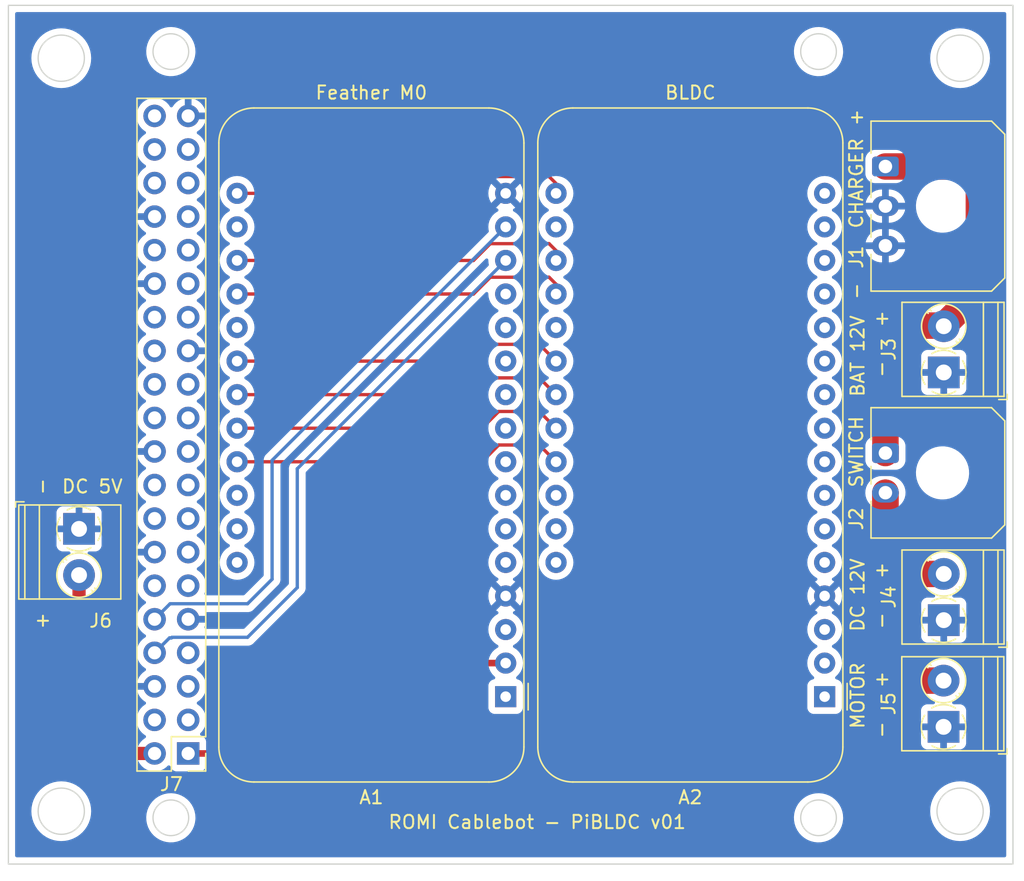
<source format=kicad_pcb>
(kicad_pcb (version 20211014) (generator pcbnew)
  (title_block (title "PiBLDC") (date "2023-08-15") (rev "v01") (company "Sony CSL - Paris") (comment 2 "https://creativecommons.org/licenses/by-sa/4.0/") (comment 3 "License: Creative Commons BY-SA 4.0") (comment 4 "Author: Peter Hanappe"))
  (layers (0 "F.Cu" signal) (31 "B.Cu" signal) (34 "B.Paste" user) (35 "F.Paste" user) (36 "B.SilkS" user "B.Silkscreen") (37 "F.SilkS" user "F.Silkscreen") (38 "B.Mask" user) (39 "F.Mask" user) (44 "Edge.Cuts" user))
  (net 0 "")
  (net 2 "Net-(A1-Pad2)")
  (net 4 "GND")
  (net 14 "Net-(A1-Pad14)")
  (net 15 "Net-(A1-Pad15)")
  (net 16 "Net-(A1-Pad17)")
  (net 18 "Net-(A1-Pad19)")
  (net 19 "Net-(A1-Pad20)")
  (net 21 "Net-(A1-Pad22)")
  (net 22 "Net-(A1-Pad23)")
  (net 23 "Net-(A1-Pad24)")
  (net 24 "Net-(A1-Pad25)")
  (net 48 "Net-(J1-Pad1)")
  (net 49 "Net-(J2-Pad2)")
  (net 50 "Net-(J6-Pad2)")
  (footprint "Connector_PinHeader_2.54mm:PinHeader_2x20_P2.54mm_Vertical" (layer "F.Cu") (at 123.6 111.63 180)
    (fp_text reference "J7" (at 1.27 -2.33) (layer "F.SilkS"))
    (fp_text value "Raspberry_Pi")
    (fp_line (start 1.27 1.27) (end 1.27 -1.33) (layer "F.SilkS") (width 0.12))
    (fp_line (start -1.33 49.59) (end 3.87 49.59) (layer "F.SilkS") (width 0.12))
    (fp_line (start 1.27 -1.33) (end 3.87 -1.33) (layer "F.SilkS") (width 0.12))
    (fp_line (start 3.87 -1.33) (end 3.87 49.59) (layer "F.SilkS") (width 0.12))
    (fp_line (start -1.33 -1.33) (end 0 -1.33) (layer "F.SilkS") (width 0.12))
    (fp_line (start -1.33 0) (end -1.33 -1.33) (layer "F.SilkS") (width 0.12))
    (fp_line (start -1.33 1.27) (end 1.27 1.27) (layer "F.SilkS") (width 0.12))
    (fp_line (start -1.33 1.27) (end -1.33 49.59) (layer "F.SilkS") (width 0.12))
    (pad "1" thru_hole rect (at 0 0 180) (size 1.7 1.7) (drill 1) (layers *.Cu *.Mask) (net 2 "Net-(A1-Pad2)"))
    (pad "2" thru_hole oval (at 2.54 0 180) (size 1.7 1.7) (drill 1) (layers *.Cu *.Mask) (net 50 "Net-(J6-Pad2)"))
    (pad "3" thru_hole oval (at 0 2.54 180) (size 1.7 1.7) (drill 1) (layers *.Cu *.Mask))
    (pad "4" thru_hole oval (at 2.54 2.54 180) (size 1.7 1.7) (drill 1) (layers *.Cu *.Mask))
    (pad "5" thru_hole oval (at 0 5.08 180) (size 1.7 1.7) (drill 1) (layers *.Cu *.Mask))
    (pad "6" thru_hole oval (at 2.54 5.08 180) (size 1.7 1.7) (drill 1) (layers *.Cu *.Mask) (net 4 "GND"))
    (pad "7" thru_hole oval (at 0 7.62 180) (size 1.7 1.7) (drill 1) (layers *.Cu *.Mask))
    (pad "8" thru_hole oval (at 2.54 7.62 180) (size 1.7 1.7) (drill 1) (layers *.Cu *.Mask) (net 14 "Net-(A1-Pad14)"))
    (pad "9" thru_hole oval (at 0 10.16 180) (size 1.7 1.7) (drill 1) (layers *.Cu *.Mask) (net 4 "GND"))
    (pad "10" thru_hole oval (at 2.54 10.16 180) (size 1.7 1.7) (drill 1) (layers *.Cu *.Mask) (net 15 "Net-(A1-Pad15)"))
    (pad "11" thru_hole oval (at 0 12.7 180) (size 1.7 1.7) (drill 1) (layers *.Cu *.Mask))
    (pad "12" thru_hole oval (at 2.54 12.7 180) (size 1.7 1.7) (drill 1) (layers *.Cu *.Mask))
    (pad "13" thru_hole oval (at 0 15.24 180) (size 1.7 1.7) (drill 1) (layers *.Cu *.Mask))
    (pad "14" thru_hole oval (at 2.54 15.24 180) (size 1.7 1.7) (drill 1) (layers *.Cu *.Mask) (net 4 "GND"))
    (pad "15" thru_hole oval (at 0 17.78 180) (size 1.7 1.7) (drill 1) (layers *.Cu *.Mask))
    (pad "16" thru_hole oval (at 2.54 17.78 180) (size 1.7 1.7) (drill 1) (layers *.Cu *.Mask))
    (pad "17" thru_hole oval (at 0 20.32 180) (size 1.7 1.7) (drill 1) (layers *.Cu *.Mask))
    (pad "18" thru_hole oval (at 2.54 20.32 180) (size 1.7 1.7) (drill 1) (layers *.Cu *.Mask))
    (pad "19" thru_hole oval (at 0 22.86 180) (size 1.7 1.7) (drill 1) (layers *.Cu *.Mask))
    (pad "20" thru_hole oval (at 2.54 22.86 180) (size 1.7 1.7) (drill 1) (layers *.Cu *.Mask) (net 4 "GND"))
    (pad "21" thru_hole oval (at 0 25.4 180) (size 1.7 1.7) (drill 1) (layers *.Cu *.Mask))
    (pad "22" thru_hole oval (at 2.54 25.4 180) (size 1.7 1.7) (drill 1) (layers *.Cu *.Mask))
    (pad "23" thru_hole oval (at 0 27.94 180) (size 1.7 1.7) (drill 1) (layers *.Cu *.Mask))
    (pad "24" thru_hole oval (at 2.54 27.94 180) (size 1.7 1.7) (drill 1) (layers *.Cu *.Mask))
    (pad "25" thru_hole oval (at 0 30.48 180) (size 1.7 1.7) (drill 1) (layers *.Cu *.Mask) (net 4 "GND"))
    (pad "26" thru_hole oval (at 2.54 30.48 180) (size 1.7 1.7) (drill 1) (layers *.Cu *.Mask))
    (pad "27" thru_hole oval (at 0 33.02 180) (size 1.7 1.7) (drill 1) (layers *.Cu *.Mask))
    (pad "28" thru_hole oval (at 2.54 33.02 180) (size 1.7 1.7) (drill 1) (layers *.Cu *.Mask))
    (pad "29" thru_hole oval (at 0 35.56 180) (size 1.7 1.7) (drill 1) (layers *.Cu *.Mask))
    (pad "30" thru_hole oval (at 2.54 35.56 180) (size 1.7 1.7) (drill 1) (layers *.Cu *.Mask) (net 4 "GND"))
    (pad "31" thru_hole oval (at 0 38.1 180) (size 1.7 1.7) (drill 1) (layers *.Cu *.Mask))
    (pad "32" thru_hole oval (at 2.54 38.1 180) (size 1.7 1.7) (drill 1) (layers *.Cu *.Mask))
    (pad "33" thru_hole oval (at 0 40.64 180) (size 1.7 1.7) (drill 1) (layers *.Cu *.Mask))
    (pad "34" thru_hole oval (at 2.54 40.64 180) (size 1.7 1.7) (drill 1) (layers *.Cu *.Mask) (net 4 "GND"))
    (pad "35" thru_hole oval (at 0 43.18 180) (size 1.7 1.7) (drill 1) (layers *.Cu *.Mask))
    (pad "36" thru_hole oval (at 2.54 43.18 180) (size 1.7 1.7) (drill 1) (layers *.Cu *.Mask))
    (pad "37" thru_hole oval (at 0 45.72 180) (size 1.7 1.7) (drill 1) (layers *.Cu *.Mask))
    (pad "38" thru_hole oval (at 2.54 45.72 180) (size 1.7 1.7) (drill 1) (layers *.Cu *.Mask))
    (pad "39" thru_hole oval (at 0 48.26 180) (size 1.7 1.7) (drill 1) (layers *.Cu *.Mask) (net 4 "GND"))
    (pad "40" thru_hole oval (at 2.54 48.26 180) (size 1.7 1.7) (drill 1) (layers *.Cu *.Mask))
  )
  (footprint "Module:Adafruit_Feather" (layer "F.Cu") (at 171.7525 107.33 180)
    (fp_text reference "A2" (at 10.16 -7.62) (layer "F.SilkS"))
    (fp_text value "BLDC" (at 10.16 45.72) (layer "F.SilkS"))
    (fp_line (start -1.7 1) (end -1.7 -1) (layer "F.SilkS") (width 0.12))
    (fp_line (start -1.38 -3.81) (end -1.38 41.91) (layer "F.SilkS") (width 0.12))
    (fp_line (start 19.05 -6.46) (end 1.27 -6.46) (layer "F.SilkS") (width 0.12))
    (fp_line (start 19.05 44.56) (end 1.27 44.56) (layer "F.SilkS") (width 0.12))
    (fp_line (start 21.7 -3.81) (end 21.7 41.91) (layer "F.SilkS") (width 0.12))
    (fp_arc (start -1.38 -3.81) (mid -0.603833 -5.683833) (end 1.27 -6.46) (layer "F.SilkS") (width 0.12))
    (fp_arc (start 21.7 41.91) (mid 20.923833 43.783833) (end 19.05 44.56) (layer "F.SilkS") (width 0.12))
    (fp_arc (start 19.05 -6.46) (mid 20.923833 -5.683833) (end 21.7 -3.81) (layer "F.SilkS") (width 0.12))
    (fp_arc (start 1.27 44.56) (mid -0.603833 43.783833) (end -1.38 41.91) (layer "F.SilkS") (width 0.12))
    (pad "1" thru_hole rect (at 0 0) (size 1.6 1.6) (drill 0.8) (layers *.Cu *.Mask))
    (pad "2" thru_hole circle (at 0 2.54) (size 1.6 1.6) (drill 0.8) (layers *.Cu *.Mask))
    (pad "3" thru_hole circle (at 0 5.08) (size 1.6 1.6) (drill 0.8) (layers *.Cu *.Mask))
    (pad "4" thru_hole circle (at 0 7.62) (size 1.6 1.6) (drill 0.8) (layers *.Cu *.Mask) (net 4 "GND"))
    (pad "5" thru_hole circle (at 0 10.16) (size 1.6 1.6) (drill 0.8) (layers *.Cu *.Mask))
    (pad "6" thru_hole circle (at 0 12.7) (size 1.6 1.6) (drill 0.8) (layers *.Cu *.Mask))
    (pad "7" thru_hole circle (at 0 15.24) (size 1.6 1.6) (drill 0.8) (layers *.Cu *.Mask))
    (pad "8" thru_hole circle (at 0 17.78) (size 1.6 1.6) (drill 0.8) (layers *.Cu *.Mask))
    (pad "9" thru_hole circle (at 0 20.32) (size 1.6 1.6) (drill 0.8) (layers *.Cu *.Mask))
    (pad "10" thru_hole circle (at 0 22.86) (size 1.6 1.6) (drill 0.8) (layers *.Cu *.Mask))
    (pad "11" thru_hole circle (at 0 25.4) (size 1.6 1.6) (drill 0.8) (layers *.Cu *.Mask))
    (pad "12" thru_hole circle (at 0 27.94) (size 1.6 1.6) (drill 0.8) (layers *.Cu *.Mask))
    (pad "13" thru_hole circle (at 0 30.48) (size 1.6 1.6) (drill 0.8) (layers *.Cu *.Mask))
    (pad "14" thru_hole circle (at 0 33.02) (size 1.6 1.6) (drill 0.8) (layers *.Cu *.Mask))
    (pad "15" thru_hole circle (at 0 35.56) (size 1.6 1.6) (drill 0.8) (layers *.Cu *.Mask))
    (pad "16" thru_hole circle (at 0 38.1) (size 1.6 1.6) (drill 0.8) (layers *.Cu *.Mask))
    (pad "17" thru_hole circle (at 20.32 38.1) (size 1.6 1.6) (drill 0.8) (layers *.Cu *.Mask) (net 16 "Net-(A1-Pad17)"))
    (pad "18" thru_hole circle (at 20.32 35.56) (size 1.6 1.6) (drill 0.8) (layers *.Cu *.Mask))
    (pad "19" thru_hole circle (at 20.32 33.02) (size 1.6 1.6) (drill 0.8) (layers *.Cu *.Mask) (net 18 "Net-(A1-Pad19)"))
    (pad "20" thru_hole circle (at 20.32 30.48) (size 1.6 1.6) (drill 0.8) (layers *.Cu *.Mask) (net 19 "Net-(A1-Pad20)"))
    (pad "21" thru_hole circle (at 20.32 27.94) (size 1.6 1.6) (drill 0.8) (layers *.Cu *.Mask))
    (pad "22" thru_hole circle (at 20.32 25.4) (size 1.6 1.6) (drill 0.8) (layers *.Cu *.Mask) (net 21 "Net-(A1-Pad22)"))
    (pad "23" thru_hole circle (at 20.32 22.86) (size 1.6 1.6) (drill 0.8) (layers *.Cu *.Mask) (net 22 "Net-(A1-Pad23)"))
    (pad "24" thru_hole circle (at 20.32 20.32) (size 1.6 1.6) (drill 0.8) (layers *.Cu *.Mask) (net 23 "Net-(A1-Pad24)"))
    (pad "25" thru_hole circle (at 20.32 17.78) (size 1.6 1.6) (drill 0.8) (layers *.Cu *.Mask) (net 24 "Net-(A1-Pad25)"))
    (pad "26" thru_hole circle (at 20.32 15.24) (size 1.6 1.6) (drill 0.8) (layers *.Cu *.Mask))
    (pad "27" thru_hole circle (at 20.32 12.7) (size 1.6 1.6) (drill 0.8) (layers *.Cu *.Mask))
    (pad "28" thru_hole circle (at 20.32 10.16) (size 1.6 1.6) (drill 0.8) (layers *.Cu *.Mask))
  )
  (footprint "TerminalBlock_Phoenix:TerminalBlock_Phoenix_PT-1,5-2-3.5-H_1x02_P3.50mm_Horizontal" (layer "F.Cu") (at 180.764 82.789 90)
    (fp_text reference "J3" (at 1.75 -4.16 90) (layer "F.SilkS"))
    (fp_text value "BAT 12V" (at 1.243 -6.514 90) (layer "F.SilkS"))
    (fp_line (start -1.81 -3.16) (end -1.81 4.56) (layer "F.SilkS") (width 0.12))
    (fp_line (start 4.775 -1.069) (end 4.646 -0.941) (layer "F.SilkS") (width 0.12))
    (fp_line (start 2.525 1.181) (end 2.431 1.274) (layer "F.SilkS") (width 0.12))
    (fp_line (start -2.05 4.16) (end -2.05 4.8) (layer "F.SilkS") (width 0.12))
    (fp_line (start -2.05 4.8) (end -1.65 4.8) (layer "F.SilkS") (width 0.12))
    (fp_line (start 5.31 -3.16) (end 5.31 4.56) (layer "F.SilkS") (width 0.12))
    (fp_line (start -1.81 4.56) (end 5.31 4.56) (layer "F.SilkS") (width 0.12))
    (fp_line (start 4.57 -1.275) (end 4.476 -1.181) (layer "F.SilkS") (width 0.12))
    (fp_line (start -1.81 4.1) (end 5.31 4.1) (layer "F.SilkS") (width 0.12))
    (fp_line (start -1.81 -3.16) (end 5.31 -3.16) (layer "F.SilkS") (width 0.12))
    (fp_line (start -1.81 3) (end 5.31 3) (layer "F.SilkS") (width 0.12))
    (fp_line (start 2.355 0.941) (end 2.226 1.069) (layer "F.SilkS") (width 0.12))
    (fp_arc (start 0.028674 1.680099) (mid -0.435535 1.622918) (end -0.866 1.44) (layer "F.SilkS") (width 0.12))
    (fp_arc (start -0.889894 -1.425358) (mid -0.014012 -1.680286) (end 0.866 -1.44) (layer "F.SilkS") (width 0.12))
    (fp_arc (start -1.425358 0.889894) (mid -1.680286 0.014012) (end -1.44 -0.866) (layer "F.SilkS") (width 0.12))
    (fp_arc (start 1.425504 -0.890193) (mid 1.680626 0.000476) (end 1.425 0.891) (layer "F.SilkS") (width 0.12))
    (fp_arc (start 0.890264 1.424721) (mid 0.463071 1.61492) (end 0 1.68) (layer "F.SilkS") (width 0.12))
    (fp_circle (center 3.5 0) (end 5.18 0) (layer "F.SilkS") (width 0.12) (fill none))
    (pad "1" thru_hole rect (at 0 0 90) (size 2.4 2.4) (drill 1.2) (layers *.Cu *.Mask) (net 4 "GND"))
    (pad "2" thru_hole circle (at 3.5 0 90) (size 2.4 2.4) (drill 1.2) (layers *.Cu *.Mask) (net 48 "Net-(J1-Pad1)"))
  )
  (footprint "Connector_Molex:Molex_Micro-Fit_3.0_43650-0300_1x03_P3.00mm_Horizontal" (layer "F.Cu") (at 176.351 67.198 -90)
    (fp_text reference "J1" (at 6.858 2.205 90) (layer "F.SilkS"))
    (fp_text value "CHARGER" (at 1.27 2.205 90) (layer "F.SilkS"))
    (fp_line (start 1.01 1.09) (end 2.348233 1.09) (layer "F.SilkS") (width 0.12))
    (fp_line (start 9.435 1.09) (end 6.651767 1.09) (layer "F.SilkS") (width 0.12))
    (fp_line (start -3.435 -8.03) (end -2.435 -9.03) (layer "F.SilkS") (width 0.12))
    (fp_line (start -2.435 -9.03) (end 8.435 -9.03) (layer "F.SilkS") (width 0.12))
    (fp_line (start -3.435 1.09) (end -1.01 1.09) (layer "F.SilkS") (width 0.12))
    (fp_line (start 9.435 -8.03) (end 9.435 1.09) (layer "F.SilkS") (width 0.12))
    (fp_line (start -3.435 1.09) (end -3.435 -8.03) (layer "F.SilkS") (width 0.12))
    (fp_line (start 3.651767 1.09) (end 5.348233 1.09) (layer "F.SilkS") (width 0.12))
    (fp_line (start 8.435 -9.03) (end 9.435 -8.03) (layer "F.SilkS") (width 0.12))
    (pad "" np_thru_hole circle (at 3 -4.32 270) (size 3 3) (drill 3) (layers *.Cu *.Mask))
    (pad "1" thru_hole roundrect (at 0 0 270) (size 1.5 2.02) (drill 1.02) (layers *.Cu *.Mask) (roundrect_rratio 0.1666673333) (net 48 "Net-(J1-Pad1)"))
    (pad "2" thru_hole oval (at 3 0 270) (size 1.5 2.02) (drill 1.02) (layers *.Cu *.Mask) (net 4 "GND"))
    (pad "3" thru_hole oval (at 6 0 270) (size 1.5 2.02) (drill 1.02) (layers *.Cu *.Mask) (net 4 "GND"))
  )
  (footprint "Connector_Molex:Molex_Micro-Fit_3.0_43650-0200_1x02_P3.00mm_Horizontal" (layer "F.Cu") (at 176.351 88.891 -90)
    (fp_text reference "J2" (at 4.977 2.205 90) (layer "F.SilkS"))
    (fp_text value "SWITCH" (at -0.103 2.205 90) (layer "F.SilkS"))
    (fp_line (start -2.435 -9.03) (end 5.435 -9.03) (layer "F.SilkS") (width 0.12))
    (fp_line (start 1.01 1.09) (end 2.348233 1.09) (layer "F.SilkS") (width 0.12))
    (fp_line (start -3.435 -8.03) (end -2.435 -9.03) (layer "F.SilkS") (width 0.12))
    (fp_line (start 6.435 1.09) (end 3.651767 1.09) (layer "F.SilkS") (width 0.12))
    (fp_line (start 5.435 -9.03) (end 6.435 -8.03) (layer "F.SilkS") (width 0.12))
    (fp_line (start 6.435 -8.03) (end 6.435 1.09) (layer "F.SilkS") (width 0.12))
    (fp_line (start -3.435 1.09) (end -1.01 1.09) (layer "F.SilkS") (width 0.12))
    (fp_line (start -3.435 1.09) (end -3.435 -8.03) (layer "F.SilkS") (width 0.12))
    (pad "" np_thru_hole circle (at 1.5 -4.32 270) (size 3 3) (drill 3) (layers *.Cu *.Mask))
    (pad "1" thru_hole roundrect (at 0 0 270) (size 1.5 2.02) (drill 1.02) (layers *.Cu *.Mask) (roundrect_rratio 0.1666673333) (net 48 "Net-(J1-Pad1)"))
    (pad "2" thru_hole oval (at 3 0 270) (size 1.5 2.02) (drill 1.02) (layers *.Cu *.Mask) (net 49 "Net-(J2-Pad2)"))
  )
  (footprint "TerminalBlock_Phoenix:TerminalBlock_Phoenix_PT-1,5-2-3.5-H_1x02_P3.50mm_Horizontal" (layer "F.Cu") (at 180.75 109.616 90)
    (fp_text reference "J5" (at 1.75 -4.16 90) (layer "F.SilkS"))
    (fp_text value "MOTOR" (at 2.366 -6.5 90) (layer "F.SilkS"))
    (fp_line (start -1.81 -3.16) (end -1.81 4.56) (layer "F.SilkS") (width 0.12))
    (fp_line (start -2.05 4.8) (end -1.65 4.8) (layer "F.SilkS") (width 0.12))
    (fp_line (start 4.57 -1.275) (end 4.476 -1.181) (layer "F.SilkS") (width 0.12))
    (fp_line (start -1.81 4.1) (end 5.31 4.1) (layer "F.SilkS") (width 0.12))
    (fp_line (start -1.81 -3.16) (end 5.31 -3.16) (layer "F.SilkS") (width 0.12))
    (fp_line (start 5.31 -3.16) (end 5.31 4.56) (layer "F.SilkS") (width 0.12))
    (fp_line (start -1.81 3) (end 5.31 3) (layer "F.SilkS") (width 0.12))
    (fp_line (start 2.355 0.941) (end 2.226 1.069) (layer "F.SilkS") (width 0.12))
    (fp_line (start -1.81 4.56) (end 5.31 4.56) (layer "F.SilkS") (width 0.12))
    (fp_line (start -2.05 4.16) (end -2.05 4.8) (layer "F.SilkS") (width 0.12))
    (fp_line (start 4.775 -1.069) (end 4.646 -0.941) (layer "F.SilkS") (width 0.12))
    (fp_line (start 2.525 1.181) (end 2.431 1.274) (layer "F.SilkS") (width 0.12))
    (fp_arc (start -1.425358 0.889894) (mid -1.680286 0.014012) (end -1.44 -0.866) (layer "F.SilkS") (width 0.12))
    (fp_arc (start -0.889894 -1.425358) (mid -0.014012 -1.680286) (end 0.866 -1.44) (layer "F.SilkS") (width 0.12))
    (fp_arc (start 0.890264 1.424721) (mid 0.463071 1.61492) (end 0 1.68) (layer "F.SilkS") (width 0.12))
    (fp_arc (start 1.425504 -0.890193) (mid 1.680626 0.000476) (end 1.425 0.891) (layer "F.SilkS") (width 0.12))
    (fp_arc (start 0.028674 1.680099) (mid -0.435535 1.622918) (end -0.866 1.44) (layer "F.SilkS") (width 0.12))
    (fp_circle (center 3.5 0) (end 5.18 0) (layer "F.SilkS") (width 0.12) (fill none))
    (pad "1" thru_hole rect (at 0 0 90) (size 2.4 2.4) (drill 1.2) (layers *.Cu *.Mask) (net 4 "GND"))
    (pad "2" thru_hole circle (at 3.5 0 90) (size 2.4 2.4) (drill 1.2) (layers *.Cu *.Mask) (net 49 "Net-(J2-Pad2)"))
  )
  (footprint "Module:Adafruit_Feather" (layer "F.Cu") (at 147.6225 107.33 180)
    (fp_text reference "A1" (at 10.16 -7.62) (layer "F.SilkS"))
    (fp_text value "Feather M0" (at 10.16 45.72) (layer "F.SilkS"))
    (fp_line (start -1.7 1) (end -1.7 -1) (layer "F.SilkS") (width 0.12))
    (fp_line (start -1.38 -3.81) (end -1.38 41.91) (layer "F.SilkS") (width 0.12))
    (fp_line (start 19.05 -6.46) (end 1.27 -6.46) (layer "F.SilkS") (width 0.12))
    (fp_line (start 19.05 44.56) (end 1.27 44.56) (layer "F.SilkS") (width 0.12))
    (fp_line (start 21.7 -3.81) (end 21.7 41.91) (layer "F.SilkS") (width 0.12))
    (fp_arc (start 1.27 44.56) (mid -0.603833 43.783833) (end -1.38 41.91) (layer "F.SilkS") (width 0.12))
    (fp_arc (start -1.38 -3.81) (mid -0.603833 -5.683833) (end 1.27 -6.46) (layer "F.SilkS") (width 0.12))
    (fp_arc (start 21.7 41.91) (mid 20.923833 43.783833) (end 19.05 44.56) (layer "F.SilkS") (width 0.12))
    (fp_arc (start 19.05 -6.46) (mid 20.923833 -5.683833) (end 21.7 -3.81) (layer "F.SilkS") (width 0.12))
    (pad "1" thru_hole rect (at 0 0) (size 1.6 1.6) (drill 0.8) (layers *.Cu *.Mask))
    (pad "2" thru_hole circle (at 0 2.54) (size 1.6 1.6) (drill 0.8) (layers *.Cu *.Mask) (net 2 "Net-(A1-Pad2)"))
    (pad "3" thru_hole circle (at 0 5.08) (size 1.6 1.6) (drill 0.8) (layers *.Cu *.Mask))
    (pad "4" thru_hole circle (at 0 7.62) (size 1.6 1.6) (drill 0.8) (layers *.Cu *.Mask) (net 4 "GND"))
    (pad "5" thru_hole circle (at 0 10.16) (size 1.6 1.6) (drill 0.8) (layers *.Cu *.Mask))
    (pad "6" thru_hole circle (at 0 12.7) (size 1.6 1.6) (drill 0.8) (layers *.Cu *.Mask))
    (pad "7" thru_hole circle (at 0 15.24) (size 1.6 1.6) (drill 0.8) (layers *.Cu *.Mask))
    (pad "8" thru_hole circle (at 0 17.78) (size 1.6 1.6) (drill 0.8) (layers *.Cu *.Mask))
    (pad "9" thru_hole circle (at 0 20.32) (size 1.6 1.6) (drill 0.8) (layers *.Cu *.Mask))
    (pad "10" thru_hole circle (at 0 22.86) (size 1.6 1.6) (drill 0.8) (layers *.Cu *.Mask))
    (pad "11" thru_hole circle (at 0 25.4) (size 1.6 1.6) (drill 0.8) (layers *.Cu *.Mask))
    (pad "12" thru_hole circle (at 0 27.94) (size 1.6 1.6) (drill 0.8) (layers *.Cu *.Mask))
    (pad "13" thru_hole circle (at 0 30.48) (size 1.6 1.6) (drill 0.8) (layers *.Cu *.Mask))
    (pad "14" thru_hole circle (at 0 33.02) (size 1.6 1.6) (drill 0.8) (layers *.Cu *.Mask) (net 14 "Net-(A1-Pad14)"))
    (pad "15" thru_hole circle (at 0 35.56) (size 1.6 1.6) (drill 0.8) (layers *.Cu *.Mask) (net 15 "Net-(A1-Pad15)"))
    (pad "16" thru_hole circle (at 0 38.1) (size 1.6 1.6) (drill 0.8) (layers *.Cu *.Mask) (net 4 "GND"))
    (pad "17" thru_hole circle (at 20.32 38.1) (size 1.6 1.6) (drill 0.8) (layers *.Cu *.Mask) (net 16 "Net-(A1-Pad17)"))
    (pad "18" thru_hole circle (at 20.32 35.56) (size 1.6 1.6) (drill 0.8) (layers *.Cu *.Mask))
    (pad "19" thru_hole circle (at 20.32 33.02) (size 1.6 1.6) (drill 0.8) (layers *.Cu *.Mask) (net 18 "Net-(A1-Pad19)"))
    (pad "20" thru_hole circle (at 20.32 30.48) (size 1.6 1.6) (drill 0.8) (layers *.Cu *.Mask) (net 19 "Net-(A1-Pad20)"))
    (pad "21" thru_hole circle (at 20.32 27.94) (size 1.6 1.6) (drill 0.8) (layers *.Cu *.Mask))
    (pad "22" thru_hole circle (at 20.32 25.4) (size 1.6 1.6) (drill 0.8) (layers *.Cu *.Mask) (net 21 "Net-(A1-Pad22)"))
    (pad "23" thru_hole circle (at 20.32 22.86) (size 1.6 1.6) (drill 0.8) (layers *.Cu *.Mask) (net 22 "Net-(A1-Pad23)"))
    (pad "24" thru_hole circle (at 20.32 20.32) (size 1.6 1.6) (drill 0.8) (layers *.Cu *.Mask) (net 23 "Net-(A1-Pad24)"))
    (pad "25" thru_hole circle (at 20.32 17.78) (size 1.6 1.6) (drill 0.8) (layers *.Cu *.Mask) (net 24 "Net-(A1-Pad25)"))
    (pad "26" thru_hole circle (at 20.32 15.24) (size 1.6 1.6) (drill 0.8) (layers *.Cu *.Mask))
    (pad "27" thru_hole circle (at 20.32 12.7) (size 1.6 1.6) (drill 0.8) (layers *.Cu *.Mask))
    (pad "28" thru_hole circle (at 20.32 10.16) (size 1.6 1.6) (drill 0.8) (layers *.Cu *.Mask))
  )
  (footprint "TerminalBlock_Phoenix:TerminalBlock_Phoenix_PT-1,5-2-3.5-H_1x02_P3.50mm_Horizontal" (layer "F.Cu") (at 180.764 101.539 90)
    (fp_text reference "J4" (at 1.75 -4.16 90) (layer "F.SilkS"))
    (fp_text value "DC 12V" (at 1.905 -6.514 90) (layer "F.SilkS"))
    (fp_line (start -1.81 -3.16) (end -1.81 4.56) (layer "F.SilkS") (width 0.12))
    (fp_line (start 4.57 -1.275) (end 4.476 -1.181) (layer "F.SilkS") (width 0.12))
    (fp_line (start 5.31 -3.16) (end 5.31 4.56) (layer "F.SilkS") (width 0.12))
    (fp_line (start 2.355 0.941) (end 2.226 1.069) (layer "F.SilkS") (width 0.12))
    (fp_line (start -2.05 4.16) (end -2.05 4.8) (layer "F.SilkS") (width 0.12))
    (fp_line (start 4.775 -1.069) (end 4.646 -0.941) (layer "F.SilkS") (width 0.12))
    (fp_line (start -1.81 4.56) (end 5.31 4.56) (layer "F.SilkS") (width 0.12))
    (fp_line (start -2.05 4.8) (end -1.65 4.8) (layer "F.SilkS") (width 0.12))
    (fp_line (start -1.81 3) (end 5.31 3) (layer "F.SilkS") (width 0.12))
    (fp_line (start -1.81 4.1) (end 5.31 4.1) (layer "F.SilkS") (width 0.12))
    (fp_line (start -1.81 -3.16) (end 5.31 -3.16) (layer "F.SilkS") (width 0.12))
    (fp_line (start 2.525 1.181) (end 2.431 1.274) (layer "F.SilkS") (width 0.12))
    (fp_arc (start 0.890264 1.424721) (mid 0.463071 1.61492) (end 0 1.68) (layer "F.SilkS") (width 0.12))
    (fp_arc (start 0.028674 1.680099) (mid -0.435535 1.622918) (end -0.866 1.44) (layer "F.SilkS") (width 0.12))
    (fp_arc (start 1.425504 -0.890193) (mid 1.680626 0.000476) (end 1.425 0.891) (layer "F.SilkS") (width 0.12))
    (fp_arc (start -0.889894 -1.425358) (mid -0.014012 -1.680286) (end 0.866 -1.44) (layer "F.SilkS") (width 0.12))
    (fp_arc (start -1.425358 0.889894) (mid -1.680286 0.014012) (end -1.44 -0.866) (layer "F.SilkS") (width 0.12))
    (fp_circle (center 3.5 0) (end 5.18 0) (layer "F.SilkS") (width 0.12) (fill none))
    (pad "1" thru_hole rect (at 0 0 90) (size 2.4 2.4) (drill 1.2) (layers *.Cu *.Mask) (net 4 "GND"))
    (pad "2" thru_hole circle (at 3.5 0 90) (size 2.4 2.4) (drill 1.2) (layers *.Cu *.Mask) (net 49 "Net-(J2-Pad2)"))
  )
  (footprint "TerminalBlock_Phoenix:TerminalBlock_Phoenix_PT-1,5-2-3.5-H_1x02_P3.50mm_Horizontal" (layer "F.Cu") (at 115.345 94.63 -90)
    (fp_text reference "J6" (at 6.955 -1.64 180) (layer "F.SilkS"))
    (fp_text value "DC 5V" (at -3.205 -1.005) (layer "F.SilkS"))
    (fp_line (start 2.525 1.181) (end 2.431 1.274) (layer "F.SilkS") (width 0.12))
    (fp_line (start -2.05 4.8) (end -1.65 4.8) (layer "F.SilkS") (width 0.12))
    (fp_line (start -1.81 4.1) (end 5.31 4.1) (layer "F.SilkS") (width 0.12))
    (fp_line (start -1.81 3) (end 5.31 3) (layer "F.SilkS") (width 0.12))
    (fp_line (start 2.355 0.941) (end 2.226 1.069) (layer "F.SilkS") (width 0.12))
    (fp_line (start -1.81 -3.16) (end -1.81 4.56) (layer "F.SilkS") (width 0.12))
    (fp_line (start 4.775 -1.069) (end 4.646 -0.941) (layer "F.SilkS") (width 0.12))
    (fp_line (start -1.81 4.56) (end 5.31 4.56) (layer "F.SilkS") (width 0.12))
    (fp_line (start 4.57 -1.275) (end 4.476 -1.181) (layer "F.SilkS") (width 0.12))
    (fp_line (start -1.81 -3.16) (end 5.31 -3.16) (layer "F.SilkS") (width 0.12))
    (fp_line (start 5.31 -3.16) (end 5.31 4.56) (layer "F.SilkS") (width 0.12))
    (fp_line (start -2.05 4.16) (end -2.05 4.8) (layer "F.SilkS") (width 0.12))
    (fp_arc (start -0.889894 -1.425358) (mid -0.014012 -1.680286) (end 0.866 -1.44) (layer "F.SilkS") (width 0.12))
    (fp_arc (start 0.028674 1.680099) (mid -0.435535 1.622918) (end -0.866 1.44) (layer "F.SilkS") (width 0.12))
    (fp_arc (start 0.890264 1.424721) (mid 0.463071 1.61492) (end 0 1.68) (layer "F.SilkS") (width 0.12))
    (fp_arc (start 1.425504 -0.890193) (mid 1.680626 0.000476) (end 1.425 0.891) (layer "F.SilkS") (width 0.12))
    (fp_arc (start -1.425358 0.889894) (mid -1.680286 0.014012) (end -1.44 -0.866) (layer "F.SilkS") (width 0.12))
    (fp_circle (center 3.5 0) (end 5.18 0) (layer "F.SilkS") (width 0.12) (fill none))
    (pad "1" thru_hole rect (at 0 0 270) (size 2.4 2.4) (drill 1.2) (layers *.Cu *.Mask) (net 4 "GND"))
    (pad "2" thru_hole circle (at 3.5 0 270) (size 2.4 2.4) (drill 1.2) (layers *.Cu *.Mask) (net 50 "Net-(J6-Pad2)"))
  )
  (gr_circle (center 122.29 58.5) (end 123.64 58.5) (layer "Edge.Cuts") (width 0.1) (fill none))
  (gr_circle (center 171.29 58.5) (end 172.64 58.5) (layer "Edge.Cuts") (width 0.1) (fill none))
  (gr_circle (center 122.29 116.5) (end 123.64 116.5) (layer "Edge.Cuts") (width 0.1) (fill none))
  (gr_circle (center 182 59) (end 182 60.75) (layer "Edge.Cuts") (width 0.1) (fill none))
  (gr_circle (center 114 59) (end 115.75 59) (layer "Edge.Cuts") (width 0.1) (fill none))
  (gr_circle (center 171.29 116.5) (end 172.64 116.5) (layer "Edge.Cuts") (width 0.1) (fill none))
  (gr_rect (start 110 55) (end 186 120) (layer "Edge.Cuts") (width 0.1) (fill none))
  (gr_circle (center 182 116) (end 182 114.25) (layer "Edge.Cuts") (width 0.1) (fill none))
  (gr_circle (center 114 116) (end 115.75 116) (layer "Edge.Cuts") (width 0.1) (fill none))
  (gr_text "-" (at 176.04 101.585 90) (layer "F.SilkS") (effects (font (size 1 1))))
  (gr_text "-" (at 112.54 91.425 90) (layer "F.SilkS") (effects (font (size 1 1))))
  (gr_text "+" (at 176.04 106.03 90) (layer "F.SilkS") (effects (font (size 1 1))))
  (gr_text "+" (at 176.04 78.725 90) (layer "F.SilkS") (effects (font (size 1 1))))
  (gr_text "+" (at 112.54 101.585 90) (layer "F.SilkS") (effects (font (size 1 1))))
  (gr_text "+" (at 176.04 97.775 90) (layer "F.SilkS") (effects (font (size 1 1))))
  (gr_text "-" (at 176.04 82.535 90) (layer "F.SilkS") (effects (font (size 1 1))))
  (gr_text "-" (at 174.135 76.633 90) (layer "F.SilkS") (effects (font (size 1 1))))
  (gr_text "ROMI Cablebot - PiBLDC v01" (at 150.005 116.825) (layer "F.SilkS") (effects (font (size 1 1))))
  (gr_text "-" (at 176.04 109.84 90) (layer "F.SilkS") (effects (font (size 1 1))))
  (gr_text "+" (at 174.135 63.485 90) (layer "F.SilkS") (effects (font (size 1 1))))
  (segment (start 135.81 111.63) (end 142.65 104.79) (width 0.5) (layer "F.Cu") (net 2))
  (segment (start 123.6 111.63) (end 135.81 111.63) (width 0.5) (layer "F.Cu") (net 2))
  (segment (start 142.65 104.79) (end 147.6225 104.79) (width 0.5) (layer "F.Cu") (net 2))
  (segment (start 131.855 90.0775) (end 147.6225 74.31) (width 0.25) (layer "B.Cu") (net 14))
  (segment (start 122.185 102.885) (end 122.33 102.885) (width 0.25) (layer "B.Cu") (net 14))
  (segment (start 121.06 104.01) (end 122.185 102.885) (width 0.25) (layer "B.Cu") (net 14))
  (segment (start 131.855 99.075) (end 131.855 90.0775) (width 0.25) (layer "B.Cu") (net 14))
  (segment (start 122.379511 102.835489) (end 128.094511 102.835489) (width 0.25) (layer "B.Cu") (net 14))
  (segment (start 128.094511 102.835489) (end 131.855 99.075) (width 0.25) (layer "B.Cu") (net 14))
  (segment (start 122.33 102.885) (end 122.379511 102.835489) (width 0.25) (layer "B.Cu") (net 14))
  (segment (start 122.234511 100.295489) (end 128.094511 100.295489) (width 0.25) (layer "B.Cu") (net 15))
  (segment (start 128.094511 100.295489) (end 129.95 98.44) (width 0.25) (layer "B.Cu") (net 15))
  (segment (start 121.06 101.47) (end 122.234511 100.295489) (width 0.25) (layer "B.Cu") (net 15))
  (segment (start 129.95 89.4425) (end 147.6225 71.77) (width 0.25) (layer "B.Cu") (net 15))
  (segment (start 129.95 98.44) (end 129.95 89.4425) (width 0.25) (layer "B.Cu") (net 15))
  (segment (start 127.3025 69.23) (end 145.19 69.23) (width 0.25) (layer "F.Cu") (net 16))
  (segment (start 146.46 67.96) (end 150.905 67.96) (width 0.25) (layer "F.Cu") (net 16))
  (segment (start 150.905 67.96) (end 151.4325 68.4875) (width 0.25) (layer "F.Cu") (net 16))
  (segment (start 151.4325 68.4875) (end 151.4325 69.23) (width 0.25) (layer "F.Cu") (net 16))
  (segment (start 145.19 69.23) (end 146.46 67.96) (width 0.25) (layer "F.Cu") (net 16))
  (segment (start 150.905 73.04) (end 151.4325 73.5675) (width 0.25) (layer "F.Cu") (net 18))
  (segment (start 127.3025 74.31) (end 145.19 74.31) (width 0.25) (layer "F.Cu") (net 18))
  (segment (start 145.19 74.31) (end 146.46 73.04) (width 0.25) (layer "F.Cu") (net 18))
  (segment (start 146.46 73.04) (end 150.905 73.04) (width 0.25) (layer "F.Cu") (net 18))
  (segment (start 151.4325 73.5675) (end 151.4325 74.31) (width 0.25) (layer "F.Cu") (net 18))
  (segment (start 127.3025 76.85) (end 145.19 76.85) (width 0.25) (layer "F.Cu") (net 19))
  (segment (start 146.46 75.58) (end 150.905 75.58) (width 0.25) (layer "F.Cu") (net 19))
  (segment (start 145.19 76.85) (end 146.46 75.58) (width 0.25) (layer "F.Cu") (net 19))
  (segment (start 151.4325 76.1075) (end 151.4325 76.85) (width 0.25) (layer "F.Cu") (net 19))
  (segment (start 150.905 75.58) (end 151.4325 76.1075) (width 0.25) (layer "F.Cu") (net 19))
  (segment (start 150.27 80.7675) (end 151.4325 81.93) (width 0.25) (layer "F.Cu") (net 21))
  (segment (start 145.19 81.93) (end 146.46 80.66) (width 0.25) (layer "F.Cu") (net 21))
  (segment (start 150.27 80.66) (end 150.27 80.7675) (width 0.25) (layer "F.Cu") (net 21))
  (segment (start 127.3025 81.93) (end 145.19 81.93) (width 0.25) (layer "F.Cu") (net 21))
  (segment (start 146.46 80.66) (end 150.27 80.66) (width 0.25) (layer "F.Cu") (net 21))
  (segment (start 145.19 84.47) (end 146.46 83.2) (width 0.25) (layer "F.Cu") (net 22))
  (segment (start 146.46 83.2) (end 150.27 83.2) (width 0.25) (layer "F.Cu") (net 22))
  (segment (start 127.3025 84.47) (end 145.19 84.47) (width 0.25) (layer "F.Cu") (net 22))
  (segment (start 150.27 83.2) (end 150.27 83.3075) (width 0.25) (layer "F.Cu") (net 22))
  (segment (start 150.27 83.3075) (end 151.4325 84.47) (width 0.25) (layer "F.Cu") (net 22))
  (segment (start 147.095 85.74) (end 150.27 85.74) (width 0.25) (layer "F.Cu") (net 23))
  (segment (start 150.27 85.8475) (end 151.4325 87.01) (width 0.25) (layer "F.Cu") (net 23))
  (segment (start 145.825 87.01) (end 147.095 85.74) (width 0.25) (layer "F.Cu") (net 23))
  (segment (start 127.3025 87.01) (end 145.825 87.01) (width 0.25) (layer "F.Cu") (net 23))
  (segment (start 150.27 85.74) (end 150.27 85.8475) (width 0.25) (layer "F.Cu") (net 23))
  (segment (start 150.27 88.28) (end 150.27 88.3875) (width 0.25) (layer "F.Cu") (net 24))
  (segment (start 127.3025 89.55) (end 145.825 89.55) (width 0.25) (layer "F.Cu") (net 24))
  (segment (start 145.825 89.55) (end 147.095 88.28) (width 0.25) (layer "F.Cu") (net 24))
  (segment (start 150.27 88.3875) (end 151.4325 89.55) (width 0.25) (layer "F.Cu") (net 24))
  (segment (start 147.095 88.28) (end 150.27 88.28) (width 0.25) (layer "F.Cu") (net 24))
  (segment (start 180.764 79.243) (end 179.066944 79.243) (width 2) (layer "F.Cu") (net 48))
  (segment (start 183.420521 76.586479) (end 180.764 79.243) (width 2) (layer "F.Cu") (net 48))
  (segment (start 183.036 67.198) (end 183.420521 67.582521) (width 2) (layer "F.Cu") (net 48))
  (segment (start 179.066944 79.243) (end 176.351 81.958944) (width 2) (layer "F.Cu") (net 48))
  (segment (start 176.351 81.958944) (end 176.351 88.891) (width 2) (layer "F.Cu") (net 48))
  (segment (start 176.351 67.198) (end 183.036 67.198) (width 2) (layer "F.Cu") (net 48))
  (segment (start 183.036 67.198) (end 183.496 67.658) (width 0.25) (layer "F.Cu") (net 48))
  (segment (start 183.420521 67.582521) (end 183.420521 76.586479) (width 2) (layer "F.Cu") (net 48))
  (segment (start 176.351 97.851) (end 176.539 98.039) (width 0.25) (layer "F.Cu") (net 49))
  (segment (start 176.351 91.891) (end 176.351 97.851) (width 2) (layer "F.Cu") (net 49))
  (segment (start 176.488 106.116) (end 180.75 106.116) (width 2) (layer "F.Cu") (net 49))
  (segment (start 176.539 98.039) (end 180.764 98.039) (width 2) (layer "F.Cu") (net 49))
  (segment (start 176.351 105.979) (end 176.488 106.116) (width 0.25) (layer "F.Cu") (net 49))
  (segment (start 176.351 91.891) (end 176.351 105.979) (width 2) (layer "F.Cu") (net 49))
  (segment (start 121.06 111.63) (end 116.63 111.63) (width 1) (layer "F.Cu") (net 50))
  (segment (start 115.345 110.345) (end 115.345 98.13) (width 1) (layer "F.Cu") (net 50))
  (segment (start 116.63 111.63) (end 115.345 110.345) (width 1) (layer "F.Cu") (net 50))
  (zone (net 4) (net_name "GND") (layer "B.Cu") (connect_pads (clearance 0.508)) (min_thickness 0.254) (fill yes (thermal_gap 0.508) (thermal_bridge_width 0.508))
    (polygon (pts (xy 186.835 121.27) (xy 109.365 121.27) (xy 109.365 54.595) (xy 186.835 54.595)))
  )
)
</source>
